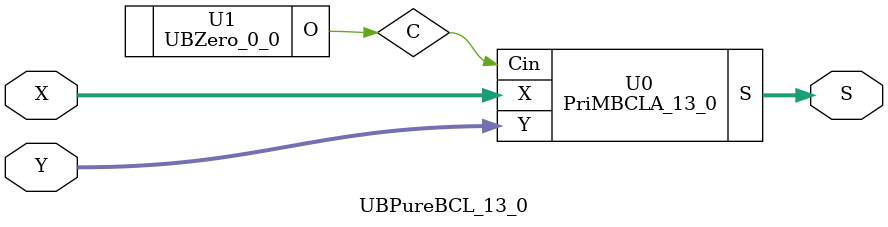
<source format=v>
/*----------------------------------------------------------------------------
  Copyright (c) 2021 Homma laboratory. All rights reserved.

  Top module: UBBCL_13_0_13_0

  Operand-1 length: 14
  Operand-2 length: 14
  Two-operand addition algorithm: Block carry look-ahead adder
----------------------------------------------------------------------------*/

module GPGenerator(Go, Po, A, B);
  output Go;
  output Po;
  input A;
  input B;
  assign Go = A & B;
  assign Po = A ^ B;
endmodule

module BCLAU_4(Go, Po, G, P, Cin);
  output Go;
  output Po;
  input Cin;
  input [3:0] G;
  input [3:0] P;
  assign Po = P[0] & P[1] & P[2] & P[3];
  assign Go = G[3] | ( P[3] & G[2] ) | ( P[3] & P[2] & G[1] ) | ( P[3] & P[2] & P[1] & G[0] );
endmodule

module BCLAlU_4(Go, Po, S, X, Y, Cin);
  output Go;
  output Po;
  output [3:0] S;
  input Cin;
  input [3:0] X;
  input [3:0] Y;
  wire [3:1] C;
  wire [3:0] G;
  wire [3:0] P;
  assign C[1] = G[0] | ( P[0] & Cin );
  assign C[2] = G[1] | ( P[1] & C[1] );
  assign C[3] = G[2] | ( P[2] & C[2] );
  assign S[0] = P[0] ^ Cin;
  assign S[1] = P[1] ^ C[1];
  assign S[2] = P[2] ^ C[2];
  assign S[3] = P[3] ^ C[3];
  GPGenerator U0 (G[0], P[0], X[0], Y[0]);
  GPGenerator U1 (G[1], P[1], X[1], Y[1]);
  GPGenerator U2 (G[2], P[2], X[2], Y[2]);
  GPGenerator U3 (G[3], P[3], X[3], Y[3]);
  BCLAU_4 U4 (Go, Po, G, P, Cin);
endmodule

module BCLAU_2(Go, Po, G, P, Cin);
  output Go;
  output Po;
  input Cin;
  input [1:0] G;
  input [1:0] P;
  assign Po = P[0] & P[1];
  assign Go = G[1] | ( P[1] & G[0] );
endmodule

module BCLAlU_2(Go, Po, S, X, Y, Cin);
  output Go;
  output Po;
  output [1:0] S;
  input Cin;
  input [1:0] X;
  input [1:0] Y;
  wire [1:1] C;
  wire [1:0] G;
  wire [1:0] P;
  assign C[1] = G[0] | ( P[0] & Cin );
  assign S[0] = P[0] ^ Cin;
  assign S[1] = P[1] ^ C[1];
  GPGenerator U0 (G[0], P[0], X[0], Y[0]);
  GPGenerator U1 (G[1], P[1], X[1], Y[1]);
  BCLAU_2 U2 (Go, Po, G, P, Cin);
endmodule

module PriMBCLA_13_0(S, X, Y, Cin);
  output [14:0] S;
  input Cin;
  input [13:0] X;
  input [13:0] Y;
  wire [3:0] C1;
  wire [3:0] G1;
  wire [3:0] P1;
  assign C1[0] = Cin;
  assign C1[1] = G1[0] | ( P1[0] & C1[0] );
  assign C1[2] = G1[1] | ( P1[1] & C1[1] );
  assign C1[3] = G1[2] | ( P1[2] & C1[2] );
  assign S[14] = G1[3] | ( P1[3] & C1[3] );
  BCLAlU_4 U0 (G1[0], P1[0], S[3:0], X[3:0], Y[3:0], C1[0]);
  BCLAlU_4 U1 (G1[1], P1[1], S[7:4], X[7:4], Y[7:4], C1[1]);
  BCLAlU_4 U2 (G1[2], P1[2], S[11:8], X[11:8], Y[11:8], C1[2]);
  BCLAlU_2 U3 (G1[3], P1[3], S[13:12], X[13:12], Y[13:12], C1[3]);
endmodule

module UBZero_0_0(O);
  output [0:0] O;
  assign O[0] = 0;
endmodule

module UBBCL_13_0_13_0 (S, X, Y);
  output [14:0] S;
  input [13:0] X;
  input [13:0] Y;
  UBPureBCL_13_0 U0 (S[14:0], X[13:0], Y[13:0]);
endmodule

module UBPureBCL_13_0 (S, X, Y);
  output [14:0] S;
  input [13:0] X;
  input [13:0] Y;
  wire C;
  PriMBCLA_13_0 U0 (S, X, Y, C);
  UBZero_0_0 U1 (C);
endmodule


</source>
